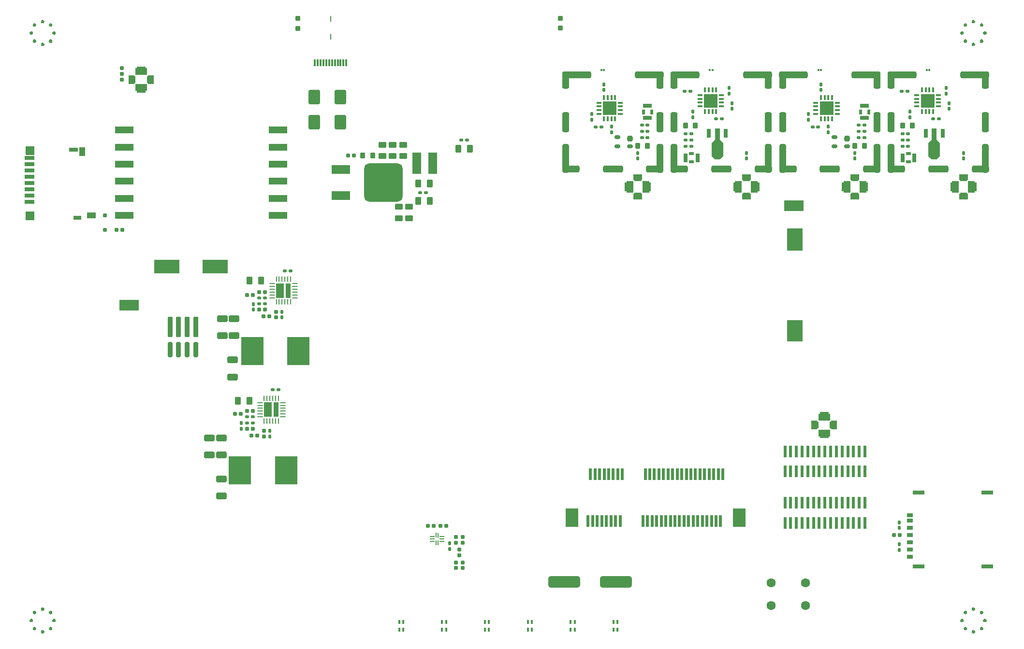
<source format=gtp>
G04*
G04 #@! TF.GenerationSoftware,Altium Limited,Altium Designer,19.1.6 (110)*
G04*
G04 Layer_Color=8421504*
%FSLAX44Y44*%
%MOMM*%
G71*
G01*
G75*
%ADD22R,2.8000X4.0000*%
%ADD23R,2.8000X3.8000*%
%ADD24R,1.5019X1.0013*%
%ADD25R,1.0000X1.5000*%
%ADD26R,1.4006X0.8004*%
%ADD27R,1.5011X0.8006*%
%ADD28R,1.5018X1.5018*%
%ADD29R,1.5009X1.5009*%
%ADD30R,1.7526X0.7011*%
%ADD31R,1.7518X0.7007*%
%ADD32R,1.7504X0.7002*%
%ADD33R,1.7525X0.7010*%
%ADD34R,1.7522X0.7009*%
%ADD35R,1.7516X0.7006*%
%ADD36R,1.7530X0.7012*%
%ADD37R,1.7504X0.7002*%
%ADD38R,0.6000X2.0000*%
%ADD39R,2.3000X3.2000*%
%ADD40R,2.1000X0.7000*%
%ADD41R,1.1400X0.8000*%
G04:AMPARAMS|DCode=42|XSize=0.7mm|YSize=0.4mm|CornerRadius=0.05mm|HoleSize=0mm|Usage=FLASHONLY|Rotation=90.000|XOffset=0mm|YOffset=0mm|HoleType=Round|Shape=RoundedRectangle|*
%AMROUNDEDRECTD42*
21,1,0.7000,0.3000,0,0,90.0*
21,1,0.6000,0.4000,0,0,90.0*
1,1,0.1000,0.1500,0.3000*
1,1,0.1000,0.1500,-0.3000*
1,1,0.1000,-0.1500,-0.3000*
1,1,0.1000,-0.1500,0.3000*
%
%ADD42ROUNDEDRECTD42*%
%ADD43C,1.6000*%
G04:AMPARAMS|DCode=44|XSize=0.85mm|YSize=3.55mm|CornerRadius=0.2125mm|HoleSize=0mm|Usage=FLASHONLY|Rotation=0.000|XOffset=0mm|YOffset=0mm|HoleType=Round|Shape=RoundedRectangle|*
%AMROUNDEDRECTD44*
21,1,0.8500,3.1250,0,0,0.0*
21,1,0.4250,3.5500,0,0,0.0*
1,1,0.4250,0.2125,-1.5625*
1,1,0.4250,-0.2125,-1.5625*
1,1,0.4250,-0.2125,1.5625*
1,1,0.4250,0.2125,1.5625*
%
%ADD44ROUNDEDRECTD44*%
G04:AMPARAMS|DCode=45|XSize=0.85mm|YSize=2.65mm|CornerRadius=0.2125mm|HoleSize=0mm|Usage=FLASHONLY|Rotation=0.000|XOffset=0mm|YOffset=0mm|HoleType=Round|Shape=RoundedRectangle|*
%AMROUNDEDRECTD45*
21,1,0.8500,2.2250,0,0,0.0*
21,1,0.4250,2.6500,0,0,0.0*
1,1,0.4250,0.2125,-1.1125*
1,1,0.4250,-0.2125,-1.1125*
1,1,0.4250,-0.2125,1.1125*
1,1,0.4250,0.2125,1.1125*
%
%ADD45ROUNDEDRECTD45*%
%ADD46R,1.6000X3.7000*%
%ADD47R,1.5000X0.7500*%
%ADD48R,0.6000X0.9000*%
%ADD49R,0.2200X0.9100*%
%ADD50R,0.2200X0.8100*%
%ADD51R,0.8100X0.2200*%
%ADD52R,0.2000X1.0000*%
%ADD53R,0.3000X1.2000*%
G04:AMPARAMS|DCode=54|XSize=1mm|YSize=0.9mm|CornerRadius=0.1125mm|HoleSize=0mm|Usage=FLASHONLY|Rotation=270.000|XOffset=0mm|YOffset=0mm|HoleType=Round|Shape=RoundedRectangle|*
%AMROUNDEDRECTD54*
21,1,1.0000,0.6750,0,0,270.0*
21,1,0.7750,0.9000,0,0,270.0*
1,1,0.2250,-0.3375,-0.3875*
1,1,0.2250,-0.3375,0.3875*
1,1,0.2250,0.3375,0.3875*
1,1,0.2250,0.3375,-0.3875*
%
%ADD54ROUNDEDRECTD54*%
G04:AMPARAMS|DCode=55|XSize=5.6mm|YSize=2.1mm|CornerRadius=0.525mm|HoleSize=0mm|Usage=FLASHONLY|Rotation=0.000|XOffset=0mm|YOffset=0mm|HoleType=Round|Shape=RoundedRectangle|*
%AMROUNDEDRECTD55*
21,1,5.6000,1.0500,0,0,0.0*
21,1,4.5500,2.1000,0,0,0.0*
1,1,1.0500,2.2750,-0.5250*
1,1,1.0500,-2.2750,-0.5250*
1,1,1.0500,-2.2750,0.5250*
1,1,1.0500,2.2750,0.5250*
%
%ADD55ROUNDEDRECTD55*%
G04:AMPARAMS|DCode=56|XSize=1.8mm|YSize=1.15mm|CornerRadius=0.1438mm|HoleSize=0mm|Usage=FLASHONLY|Rotation=180.000|XOffset=0mm|YOffset=0mm|HoleType=Round|Shape=RoundedRectangle|*
%AMROUNDEDRECTD56*
21,1,1.8000,0.8625,0,0,180.0*
21,1,1.5125,1.1500,0,0,180.0*
1,1,0.2875,-0.7563,0.4313*
1,1,0.2875,0.7563,0.4313*
1,1,0.2875,0.7563,-0.4313*
1,1,0.2875,-0.7563,-0.4313*
%
%ADD56ROUNDEDRECTD56*%
G04:AMPARAMS|DCode=57|XSize=3.3mm|YSize=1.6mm|CornerRadius=0.2mm|HoleSize=0mm|Usage=FLASHONLY|Rotation=180.000|XOffset=0mm|YOffset=0mm|HoleType=Round|Shape=RoundedRectangle|*
%AMROUNDEDRECTD57*
21,1,3.3000,1.2000,0,0,180.0*
21,1,2.9000,1.6000,0,0,180.0*
1,1,0.4000,-1.4500,0.6000*
1,1,0.4000,1.4500,0.6000*
1,1,0.4000,1.4500,-0.6000*
1,1,0.4000,-1.4500,-0.6000*
%
%ADD57ROUNDEDRECTD57*%
G04:AMPARAMS|DCode=58|XSize=6.7mm|YSize=6.7mm|CornerRadius=0.8375mm|HoleSize=0mm|Usage=FLASHONLY|Rotation=180.000|XOffset=0mm|YOffset=0mm|HoleType=Round|Shape=RoundedRectangle|*
%AMROUNDEDRECTD58*
21,1,6.7000,5.0250,0,0,180.0*
21,1,5.0250,6.7000,0,0,180.0*
1,1,1.6750,-2.5125,2.5125*
1,1,1.6750,2.5125,2.5125*
1,1,1.6750,2.5125,-2.5125*
1,1,1.6750,-2.5125,-2.5125*
%
%ADD58ROUNDEDRECTD58*%
%ADD59R,0.3100X0.3000*%
%ADD60R,0.9000X2.5500*%
%ADD61R,1.4000X2.5500*%
G04:AMPARAMS|DCode=62|XSize=0.25mm|YSize=1mm|CornerRadius=0.0625mm|HoleSize=0mm|Usage=FLASHONLY|Rotation=90.000|XOffset=0mm|YOffset=0mm|HoleType=Round|Shape=RoundedRectangle|*
%AMROUNDEDRECTD62*
21,1,0.2500,0.8750,0,0,90.0*
21,1,0.1250,1.0000,0,0,90.0*
1,1,0.1250,0.4375,0.0625*
1,1,0.1250,0.4375,-0.0625*
1,1,0.1250,-0.4375,-0.0625*
1,1,0.1250,-0.4375,0.0625*
%
%ADD62ROUNDEDRECTD62*%
G04:AMPARAMS|DCode=63|XSize=0.25mm|YSize=1mm|CornerRadius=0.0625mm|HoleSize=0mm|Usage=FLASHONLY|Rotation=180.000|XOffset=0mm|YOffset=0mm|HoleType=Round|Shape=RoundedRectangle|*
%AMROUNDEDRECTD63*
21,1,0.2500,0.8750,0,0,180.0*
21,1,0.1250,1.0000,0,0,180.0*
1,1,0.1250,-0.0625,0.4375*
1,1,0.1250,0.0625,0.4375*
1,1,0.1250,0.0625,-0.4375*
1,1,0.1250,-0.0625,-0.4375*
%
%ADD63ROUNDEDRECTD63*%
%ADD64R,0.3300X0.8500*%
%ADD65R,0.8500X0.3300*%
%ADD66R,2.4000X2.4000*%
G04:AMPARAMS|DCode=67|XSize=2mm|YSize=3.4mm|CornerRadius=0mm|HoleSize=0mm|Usage=FLASHONLY|Rotation=0.000|XOffset=0mm|YOffset=0mm|HoleType=Round|Shape=Octagon|*
%AMOCTAGOND67*
4,1,8,-0.5000,1.7000,0.5000,1.7000,1.0000,1.2000,1.0000,-1.2000,0.5000,-1.7000,-0.5000,-1.7000,-1.0000,-1.2000,-1.0000,1.2000,-0.5000,1.7000,0.0*
%
%ADD67OCTAGOND67*%

%ADD68R,0.7112X1.6000*%
%ADD69R,0.9144X2.0000*%
G04:AMPARAMS|DCode=70|XSize=0.95mm|YSize=0.65mm|CornerRadius=0.1625mm|HoleSize=0mm|Usage=FLASHONLY|Rotation=180.000|XOffset=0mm|YOffset=0mm|HoleType=Round|Shape=RoundedRectangle|*
%AMROUNDEDRECTD70*
21,1,0.9500,0.3250,0,0,180.0*
21,1,0.6250,0.6500,0,0,180.0*
1,1,0.3250,-0.3125,0.1625*
1,1,0.3250,0.3125,0.1625*
1,1,0.3250,0.3125,-0.1625*
1,1,0.3250,-0.3125,-0.1625*
%
%ADD70ROUNDEDRECTD70*%
G04:AMPARAMS|DCode=71|XSize=0.95mm|YSize=1mm|CornerRadius=0.2375mm|HoleSize=0mm|Usage=FLASHONLY|Rotation=180.000|XOffset=0mm|YOffset=0mm|HoleType=Round|Shape=RoundedRectangle|*
%AMROUNDEDRECTD71*
21,1,0.9500,0.5250,0,0,180.0*
21,1,0.4750,1.0000,0,0,180.0*
1,1,0.4750,-0.2375,0.2625*
1,1,0.4750,0.2375,0.2625*
1,1,0.4750,0.2375,-0.2625*
1,1,0.4750,-0.2375,-0.2625*
%
%ADD71ROUNDEDRECTD71*%
%ADD72R,1.0000X1.5500*%
%ADD73R,1.6000X1.2000*%
%ADD74R,1.2000X1.2000*%
%ADD75R,2.1500X1.2000*%
%ADD76R,4.0000X5.0000*%
G04:AMPARAMS|DCode=77|XSize=0.8mm|YSize=0.8mm|CornerRadius=0.1mm|HoleSize=0mm|Usage=FLASHONLY|Rotation=90.000|XOffset=0mm|YOffset=0mm|HoleType=Round|Shape=RoundedRectangle|*
%AMROUNDEDRECTD77*
21,1,0.8000,0.6000,0,0,90.0*
21,1,0.6000,0.8000,0,0,90.0*
1,1,0.2000,0.3000,0.3000*
1,1,0.2000,0.3000,-0.3000*
1,1,0.2000,-0.3000,-0.3000*
1,1,0.2000,-0.3000,0.3000*
%
%ADD77ROUNDEDRECTD77*%
%ADD78R,3.3000X1.2700*%
%ADD79R,4.5000X2.3500*%
G04:AMPARAMS|DCode=80|XSize=3mm|YSize=1.2mm|CornerRadius=0.3mm|HoleSize=0mm|Usage=FLASHONLY|Rotation=90.000|XOffset=0mm|YOffset=0mm|HoleType=Round|Shape=RoundedRectangle|*
%AMROUNDEDRECTD80*
21,1,3.0000,0.6000,0,0,90.0*
21,1,2.4000,1.2000,0,0,90.0*
1,1,0.6000,0.3000,1.2000*
1,1,0.6000,0.3000,-1.2000*
1,1,0.6000,-0.3000,-1.2000*
1,1,0.6000,-0.3000,1.2000*
%
%ADD80ROUNDEDRECTD80*%
G04:AMPARAMS|DCode=81|XSize=3.5mm|YSize=1.2mm|CornerRadius=0.3mm|HoleSize=0mm|Usage=FLASHONLY|Rotation=90.000|XOffset=0mm|YOffset=0mm|HoleType=Round|Shape=RoundedRectangle|*
%AMROUNDEDRECTD81*
21,1,3.5000,0.6000,0,0,90.0*
21,1,2.9000,1.2000,0,0,90.0*
1,1,0.6000,0.3000,1.4500*
1,1,0.6000,0.3000,-1.4500*
1,1,0.6000,-0.3000,-1.4500*
1,1,0.6000,-0.3000,1.4500*
%
%ADD81ROUNDEDRECTD81*%
G04:AMPARAMS|DCode=82|XSize=3.5mm|YSize=1.2mm|CornerRadius=0.3mm|HoleSize=0mm|Usage=FLASHONLY|Rotation=0.000|XOffset=0mm|YOffset=0mm|HoleType=Round|Shape=RoundedRectangle|*
%AMROUNDEDRECTD82*
21,1,3.5000,0.6000,0,0,0.0*
21,1,2.9000,1.2000,0,0,0.0*
1,1,0.6000,1.4500,-0.3000*
1,1,0.6000,-1.4500,-0.3000*
1,1,0.6000,-1.4500,0.3000*
1,1,0.6000,1.4500,0.3000*
%
%ADD82ROUNDEDRECTD82*%
G04:AMPARAMS|DCode=83|XSize=3mm|YSize=1.2mm|CornerRadius=0.3mm|HoleSize=0mm|Usage=FLASHONLY|Rotation=0.000|XOffset=0mm|YOffset=0mm|HoleType=Round|Shape=RoundedRectangle|*
%AMROUNDEDRECTD83*
21,1,3.0000,0.6000,0,0,0.0*
21,1,2.4000,1.2000,0,0,0.0*
1,1,0.6000,1.2000,-0.3000*
1,1,0.6000,-1.2000,-0.3000*
1,1,0.6000,-1.2000,0.3000*
1,1,0.6000,1.2000,0.3000*
%
%ADD83ROUNDEDRECTD83*%
G04:AMPARAMS|DCode=84|XSize=5mm|YSize=1.2mm|CornerRadius=0.3mm|HoleSize=0mm|Usage=FLASHONLY|Rotation=270.000|XOffset=0mm|YOffset=0mm|HoleType=Round|Shape=RoundedRectangle|*
%AMROUNDEDRECTD84*
21,1,5.0000,0.6000,0,0,270.0*
21,1,4.4000,1.2000,0,0,270.0*
1,1,0.6000,-0.3000,-2.2000*
1,1,0.6000,-0.3000,2.2000*
1,1,0.6000,0.3000,2.2000*
1,1,0.6000,0.3000,-2.2000*
%
%ADD84ROUNDEDRECTD84*%
G04:AMPARAMS|DCode=85|XSize=5mm|YSize=1.2mm|CornerRadius=0.3mm|HoleSize=0mm|Usage=FLASHONLY|Rotation=0.000|XOffset=0mm|YOffset=0mm|HoleType=Round|Shape=RoundedRectangle|*
%AMROUNDEDRECTD85*
21,1,5.0000,0.6000,0,0,0.0*
21,1,4.4000,1.2000,0,0,0.0*
1,1,0.6000,2.2000,-0.3000*
1,1,0.6000,-2.2000,-0.3000*
1,1,0.6000,-2.2000,0.3000*
1,1,0.6000,2.2000,0.3000*
%
%ADD85ROUNDEDRECTD85*%
G04:AMPARAMS|DCode=86|XSize=1.4mm|YSize=1mm|CornerRadius=0.125mm|HoleSize=0mm|Usage=FLASHONLY|Rotation=0.000|XOffset=0mm|YOffset=0mm|HoleType=Round|Shape=RoundedRectangle|*
%AMROUNDEDRECTD86*
21,1,1.4000,0.7500,0,0,0.0*
21,1,1.1500,1.0000,0,0,0.0*
1,1,0.2500,0.5750,-0.3750*
1,1,0.2500,-0.5750,-0.3750*
1,1,0.2500,-0.5750,0.3750*
1,1,0.2500,0.5750,0.3750*
%
%ADD86ROUNDEDRECTD86*%
G04:AMPARAMS|DCode=87|XSize=0.6mm|YSize=0.6mm|CornerRadius=0.06mm|HoleSize=0mm|Usage=FLASHONLY|Rotation=180.000|XOffset=0mm|YOffset=0mm|HoleType=Round|Shape=RoundedRectangle|*
%AMROUNDEDRECTD87*
21,1,0.6000,0.4800,0,0,180.0*
21,1,0.4800,0.6000,0,0,180.0*
1,1,0.1200,-0.2400,0.2400*
1,1,0.1200,0.2400,0.2400*
1,1,0.1200,0.2400,-0.2400*
1,1,0.1200,-0.2400,-0.2400*
%
%ADD87ROUNDEDRECTD87*%
G04:AMPARAMS|DCode=88|XSize=2.5mm|YSize=2mm|CornerRadius=0.25mm|HoleSize=0mm|Usage=FLASHONLY|Rotation=90.000|XOffset=0mm|YOffset=0mm|HoleType=Round|Shape=RoundedRectangle|*
%AMROUNDEDRECTD88*
21,1,2.5000,1.5000,0,0,90.0*
21,1,2.0000,2.0000,0,0,90.0*
1,1,0.5000,0.7500,1.0000*
1,1,0.5000,0.7500,-1.0000*
1,1,0.5000,-0.7500,-1.0000*
1,1,0.5000,-0.7500,1.0000*
%
%ADD88ROUNDEDRECTD88*%
G04:AMPARAMS|DCode=89|XSize=0.5mm|YSize=0.6mm|CornerRadius=0.05mm|HoleSize=0mm|Usage=FLASHONLY|Rotation=90.000|XOffset=0mm|YOffset=0mm|HoleType=Round|Shape=RoundedRectangle|*
%AMROUNDEDRECTD89*
21,1,0.5000,0.5000,0,0,90.0*
21,1,0.4000,0.6000,0,0,90.0*
1,1,0.1000,0.2500,0.2000*
1,1,0.1000,0.2500,-0.2000*
1,1,0.1000,-0.2500,-0.2000*
1,1,0.1000,-0.2500,0.2000*
%
%ADD89ROUNDEDRECTD89*%
G04:AMPARAMS|DCode=90|XSize=0.5mm|YSize=0.6mm|CornerRadius=0.05mm|HoleSize=0mm|Usage=FLASHONLY|Rotation=0.000|XOffset=0mm|YOffset=0mm|HoleType=Round|Shape=RoundedRectangle|*
%AMROUNDEDRECTD90*
21,1,0.5000,0.5000,0,0,0.0*
21,1,0.4000,0.6000,0,0,0.0*
1,1,0.1000,0.2000,-0.2500*
1,1,0.1000,-0.2000,-0.2500*
1,1,0.1000,-0.2000,0.2500*
1,1,0.1000,0.2000,0.2500*
%
%ADD90ROUNDEDRECTD90*%
G04:AMPARAMS|DCode=91|XSize=1.4mm|YSize=1mm|CornerRadius=0.125mm|HoleSize=0mm|Usage=FLASHONLY|Rotation=90.000|XOffset=0mm|YOffset=0mm|HoleType=Round|Shape=RoundedRectangle|*
%AMROUNDEDRECTD91*
21,1,1.4000,0.7500,0,0,90.0*
21,1,1.1500,1.0000,0,0,90.0*
1,1,0.2500,0.3750,0.5750*
1,1,0.2500,0.3750,-0.5750*
1,1,0.2500,-0.3750,-0.5750*
1,1,0.2500,-0.3750,0.5750*
%
%ADD91ROUNDEDRECTD91*%
%ADD92R,3.5000X1.9000*%
G04:AMPARAMS|DCode=93|XSize=0.6mm|YSize=0.6mm|CornerRadius=0.06mm|HoleSize=0mm|Usage=FLASHONLY|Rotation=90.000|XOffset=0mm|YOffset=0mm|HoleType=Round|Shape=RoundedRectangle|*
%AMROUNDEDRECTD93*
21,1,0.6000,0.4800,0,0,90.0*
21,1,0.4800,0.6000,0,0,90.0*
1,1,0.1200,0.2400,0.2400*
1,1,0.1200,0.2400,-0.2400*
1,1,0.1200,-0.2400,-0.2400*
1,1,0.1200,-0.2400,0.2400*
%
%ADD93ROUNDEDRECTD93*%
G04:AMPARAMS|DCode=94|XSize=0.6mm|YSize=0.7mm|CornerRadius=0.075mm|HoleSize=0mm|Usage=FLASHONLY|Rotation=270.000|XOffset=0mm|YOffset=0mm|HoleType=Round|Shape=RoundedRectangle|*
%AMROUNDEDRECTD94*
21,1,0.6000,0.5500,0,0,270.0*
21,1,0.4500,0.7000,0,0,270.0*
1,1,0.1500,-0.2750,-0.2250*
1,1,0.1500,-0.2750,0.2250*
1,1,0.1500,0.2750,0.2250*
1,1,0.1500,0.2750,-0.2250*
%
%ADD94ROUNDEDRECTD94*%
%ADD95R,1.5500X1.0000*%
%ADD96R,1.2000X1.6000*%
%ADD97R,1.2000X1.2000*%
%ADD98R,1.2000X2.1500*%
%ADD99R,0.9000X0.6000*%
%ADD100R,0.7500X1.5000*%
%ADD101R,2.4000X2.4000*%
G36*
X36699Y57543D02*
X37543Y56699D01*
X38000Y55597D01*
Y55000D01*
Y54403D01*
X37543Y53301D01*
X36699Y52457D01*
X35597Y52000D01*
X34403D01*
X33301Y52457D01*
X32457Y53301D01*
X32000Y54403D01*
Y55000D01*
Y55597D01*
X32457Y56699D01*
X33301Y57543D01*
X34403Y58000D01*
X35597D01*
X36699Y57543D01*
D02*
G37*
G36*
X50841Y51685D02*
X51263Y51263D01*
X51685Y50841D01*
X52142Y49739D01*
Y48545D01*
X51685Y47443D01*
X51263Y47021D01*
X50841Y46599D01*
X49739Y46142D01*
X48545D01*
X47443Y46599D01*
X47021Y47021D01*
X46599Y47443D01*
X46142Y48545D01*
Y49739D01*
X46599Y50841D01*
X47021Y51263D01*
X47443Y51685D01*
X48545Y52142D01*
X49739D01*
X50841Y51685D01*
D02*
G37*
G36*
X22557D02*
X22979Y51263D01*
X23401Y50841D01*
X23858Y49739D01*
Y48545D01*
X23401Y47443D01*
X22979Y47021D01*
X22557Y46599D01*
X21455Y46142D01*
X20261D01*
X19159Y46599D01*
X18736Y47021D01*
X18315Y47443D01*
X17858Y48545D01*
Y49739D01*
X18315Y50841D01*
X18736Y51263D01*
X19159Y51685D01*
X20261Y52142D01*
X21455D01*
X22557Y51685D01*
D02*
G37*
G36*
X56699Y37543D02*
X57543Y36699D01*
X58000Y35597D01*
Y35000D01*
Y34403D01*
X57543Y33301D01*
X56699Y32457D01*
X55597Y32000D01*
X54403D01*
X53301Y32457D01*
X52457Y33301D01*
X52000Y34403D01*
Y35000D01*
Y35597D01*
X52457Y36699D01*
X53301Y37543D01*
X54403Y38000D01*
X55597D01*
X56699Y37543D01*
D02*
G37*
G36*
X16699D02*
X17543Y36699D01*
X18000Y35597D01*
Y35000D01*
Y34403D01*
X17543Y33301D01*
X16699Y32457D01*
X15597Y32000D01*
X14403D01*
X13301Y32457D01*
X12457Y33301D01*
X12000Y34403D01*
Y35000D01*
Y35597D01*
X12457Y36699D01*
X13301Y37543D01*
X14403Y38000D01*
X15597D01*
X16699Y37543D01*
D02*
G37*
G36*
X50841Y23401D02*
X51263Y22979D01*
X51685Y22557D01*
X52142Y21455D01*
Y20261D01*
X51685Y19159D01*
X51263Y18736D01*
X50841Y18315D01*
X49739Y17858D01*
X48545D01*
X47443Y18315D01*
X47021Y18736D01*
X46599Y19159D01*
X46142Y20261D01*
Y21455D01*
X46599Y22557D01*
X47021Y22979D01*
X47443Y23401D01*
X48545Y23858D01*
X49739D01*
X50841Y23401D01*
D02*
G37*
G36*
X22557D02*
X22979Y22979D01*
X23401Y22557D01*
X23858Y21455D01*
Y20261D01*
X23401Y19159D01*
X22979Y18736D01*
X22557Y18315D01*
X21455Y17858D01*
X20261D01*
X19159Y18315D01*
X18736Y18736D01*
X18315Y19159D01*
X17858Y20261D01*
Y21455D01*
X18315Y22557D01*
X18736Y22979D01*
X19159Y23401D01*
X20261Y23858D01*
X21455D01*
X22557Y23401D01*
D02*
G37*
G36*
X36699Y17543D02*
X37543Y16699D01*
X38000Y15597D01*
Y15000D01*
Y14403D01*
X37543Y13301D01*
X36699Y12457D01*
X35597Y12000D01*
X34403D01*
X33301Y12457D01*
X32457Y13301D01*
X32000Y14403D01*
Y15000D01*
Y15597D01*
X32457Y16699D01*
X33301Y17543D01*
X34403Y18000D01*
X35597D01*
X36699Y17543D01*
D02*
G37*
G36*
Y1087543D02*
X37543Y1086699D01*
X38000Y1085597D01*
Y1085000D01*
Y1084403D01*
X37543Y1083301D01*
X36699Y1082457D01*
X35597Y1082000D01*
X34403D01*
X33301Y1082457D01*
X32457Y1083301D01*
X32000Y1084403D01*
Y1085000D01*
Y1085597D01*
X32457Y1086699D01*
X33301Y1087543D01*
X34403Y1088000D01*
X35597D01*
X36699Y1087543D01*
D02*
G37*
G36*
X50841Y1081685D02*
X51263Y1081264D01*
X51685Y1080842D01*
X52142Y1079739D01*
Y1078545D01*
X51685Y1077443D01*
X51263Y1077021D01*
X50841Y1076599D01*
X49739Y1076142D01*
X48545D01*
X47443Y1076599D01*
X47021Y1077021D01*
X46599Y1077443D01*
X46142Y1078545D01*
Y1079739D01*
X46599Y1080842D01*
X47021Y1081264D01*
X47443Y1081685D01*
X48545Y1082142D01*
X49739D01*
X50841Y1081685D01*
D02*
G37*
G36*
X22557D02*
X22979Y1081264D01*
X23401Y1080842D01*
X23858Y1079739D01*
Y1078545D01*
X23401Y1077443D01*
X22979Y1077021D01*
X22557Y1076599D01*
X21455Y1076142D01*
X20261D01*
X19159Y1076599D01*
X18736Y1077021D01*
X18315Y1077443D01*
X17858Y1078545D01*
Y1079739D01*
X18315Y1080842D01*
X18736Y1081264D01*
X19159Y1081685D01*
X20261Y1082142D01*
X21455D01*
X22557Y1081685D01*
D02*
G37*
G36*
X56699Y1067543D02*
X57543Y1066699D01*
X58000Y1065597D01*
Y1065000D01*
Y1064403D01*
X57543Y1063301D01*
X56699Y1062457D01*
X55597Y1062000D01*
X54403D01*
X53301Y1062457D01*
X52457Y1063301D01*
X52000Y1064403D01*
Y1065000D01*
Y1065597D01*
X52457Y1066699D01*
X53301Y1067543D01*
X54403Y1068000D01*
X55597D01*
X56699Y1067543D01*
D02*
G37*
G36*
X16699D02*
X17543Y1066699D01*
X18000Y1065597D01*
Y1065000D01*
Y1064403D01*
X17543Y1063301D01*
X16699Y1062457D01*
X15597Y1062000D01*
X14403D01*
X13301Y1062457D01*
X12457Y1063301D01*
X12000Y1064403D01*
Y1065000D01*
Y1065597D01*
X12457Y1066699D01*
X13301Y1067543D01*
X14403Y1068000D01*
X15597D01*
X16699Y1067543D01*
D02*
G37*
G36*
X50841Y1053401D02*
X51263Y1052979D01*
X51685Y1052557D01*
X52142Y1051455D01*
Y1050261D01*
X51685Y1049158D01*
X51263Y1048736D01*
X50841Y1048315D01*
X49739Y1047858D01*
X48545D01*
X47443Y1048315D01*
X47021Y1048736D01*
X46599Y1049158D01*
X46142Y1050261D01*
Y1051455D01*
X46599Y1052557D01*
X47021Y1052979D01*
X47443Y1053401D01*
X48545Y1053858D01*
X49739D01*
X50841Y1053401D01*
D02*
G37*
G36*
X22557D02*
X22979Y1052979D01*
X23401Y1052557D01*
X23858Y1051455D01*
Y1050261D01*
X23401Y1049158D01*
X22979Y1048736D01*
X22557Y1048315D01*
X21455Y1047858D01*
X20261D01*
X19159Y1048315D01*
X18736Y1048736D01*
X18315Y1049158D01*
X17858Y1050261D01*
Y1051455D01*
X18315Y1052557D01*
X18736Y1052979D01*
X19159Y1053401D01*
X20261Y1053858D01*
X21455D01*
X22557Y1053401D01*
D02*
G37*
G36*
X36699Y1047543D02*
X37543Y1046699D01*
X38000Y1045597D01*
Y1045000D01*
Y1044403D01*
X37543Y1043301D01*
X36699Y1042457D01*
X35597Y1042000D01*
X34403D01*
X33301Y1042457D01*
X32457Y1043301D01*
X32000Y1044403D01*
Y1045000D01*
Y1045597D01*
X32457Y1046699D01*
X33301Y1047543D01*
X34403Y1048000D01*
X35597D01*
X36699Y1047543D01*
D02*
G37*
G36*
X1666699Y57543D02*
X1667543Y56699D01*
X1668000Y55597D01*
Y55000D01*
Y54403D01*
X1667543Y53301D01*
X1666699Y52457D01*
X1665597Y52000D01*
X1664403D01*
X1663301Y52457D01*
X1662457Y53301D01*
X1662000Y54403D01*
Y55000D01*
Y55597D01*
X1662457Y56699D01*
X1663301Y57543D01*
X1664403Y58000D01*
X1665597D01*
X1666699Y57543D01*
D02*
G37*
G36*
X1680842Y51685D02*
X1681263Y51263D01*
X1681685Y50841D01*
X1682142Y49739D01*
Y48545D01*
X1681685Y47443D01*
X1681263Y47021D01*
X1680842Y46599D01*
X1679739Y46142D01*
X1678545D01*
X1677443Y46599D01*
X1677021Y47021D01*
X1676599Y47443D01*
X1676142Y48545D01*
Y49739D01*
X1676599Y50841D01*
X1677021Y51263D01*
X1677443Y51685D01*
X1678545Y52142D01*
X1679739D01*
X1680842Y51685D01*
D02*
G37*
G36*
X1652557D02*
X1652979Y51263D01*
X1653401Y50841D01*
X1653858Y49739D01*
Y48545D01*
X1653401Y47443D01*
X1652979Y47021D01*
X1652557Y46599D01*
X1651455Y46142D01*
X1650261D01*
X1649158Y46599D01*
X1648737Y47021D01*
X1648315Y47443D01*
X1647858Y48545D01*
Y49739D01*
X1648315Y50841D01*
X1648737Y51263D01*
X1649158Y51685D01*
X1650261Y52142D01*
X1651455D01*
X1652557Y51685D01*
D02*
G37*
G36*
X1686699Y37543D02*
X1687543Y36699D01*
X1688000Y35597D01*
Y35000D01*
Y34403D01*
X1687543Y33301D01*
X1686699Y32457D01*
X1685597Y32000D01*
X1684403D01*
X1683301Y32457D01*
X1682457Y33301D01*
X1682000Y34403D01*
Y35000D01*
Y35597D01*
X1682457Y36699D01*
X1683301Y37543D01*
X1684403Y38000D01*
X1685597D01*
X1686699Y37543D01*
D02*
G37*
G36*
X1646699D02*
X1647543Y36699D01*
X1648000Y35597D01*
Y35000D01*
Y34403D01*
X1647543Y33301D01*
X1646699Y32457D01*
X1645597Y32000D01*
X1644403D01*
X1643301Y32457D01*
X1642457Y33301D01*
X1642000Y34403D01*
Y35000D01*
Y35597D01*
X1642457Y36699D01*
X1643301Y37543D01*
X1644403Y38000D01*
X1645597D01*
X1646699Y37543D01*
D02*
G37*
G36*
X1680842Y23401D02*
X1681263Y22979D01*
X1681685Y22557D01*
X1682142Y21455D01*
Y20261D01*
X1681685Y19159D01*
X1681263Y18736D01*
X1680842Y18315D01*
X1679739Y17858D01*
X1678545D01*
X1677443Y18315D01*
X1677021Y18736D01*
X1676599Y19159D01*
X1676142Y20261D01*
Y21455D01*
X1676599Y22557D01*
X1677021Y22979D01*
X1677443Y23401D01*
X1678545Y23858D01*
X1679739D01*
X1680842Y23401D01*
D02*
G37*
G36*
X1652557D02*
X1652979Y22979D01*
X1653401Y22557D01*
X1653858Y21455D01*
Y20261D01*
X1653401Y19159D01*
X1652979Y18736D01*
X1652557Y18315D01*
X1651455Y17858D01*
X1650261D01*
X1649158Y18315D01*
X1648737Y18736D01*
X1648315Y19159D01*
X1647858Y20261D01*
Y21455D01*
X1648315Y22557D01*
X1648737Y22979D01*
X1649158Y23401D01*
X1650261Y23858D01*
X1651455D01*
X1652557Y23401D01*
D02*
G37*
G36*
X1666699Y17543D02*
X1667543Y16699D01*
X1668000Y15597D01*
Y15000D01*
Y14403D01*
X1667543Y13301D01*
X1666699Y12457D01*
X1665597Y12000D01*
X1664403D01*
X1663301Y12457D01*
X1662457Y13301D01*
X1662000Y14403D01*
Y15000D01*
Y15597D01*
X1662457Y16699D01*
X1663301Y17543D01*
X1664403Y18000D01*
X1665597D01*
X1666699Y17543D01*
D02*
G37*
G36*
Y1087543D02*
X1667543Y1086699D01*
X1668000Y1085597D01*
Y1085000D01*
Y1084403D01*
X1667543Y1083301D01*
X1666699Y1082457D01*
X1665597Y1082000D01*
X1664403D01*
X1663301Y1082457D01*
X1662457Y1083301D01*
X1662000Y1084403D01*
Y1085000D01*
Y1085597D01*
X1662457Y1086699D01*
X1663301Y1087543D01*
X1664403Y1088000D01*
X1665597D01*
X1666699Y1087543D01*
D02*
G37*
G36*
X1680842Y1081685D02*
X1681263Y1081264D01*
X1681685Y1080842D01*
X1682142Y1079739D01*
Y1078545D01*
X1681685Y1077443D01*
X1681263Y1077021D01*
X1680842Y1076599D01*
X1679739Y1076142D01*
X1678545D01*
X1677443Y1076599D01*
X1677021Y1077021D01*
X1676599Y1077443D01*
X1676142Y1078545D01*
Y1079739D01*
X1676599Y1080842D01*
X1677021Y1081264D01*
X1677443Y1081685D01*
X1678545Y1082142D01*
X1679739D01*
X1680842Y1081685D01*
D02*
G37*
G36*
X1652557D02*
X1652979Y1081264D01*
X1653401Y1080842D01*
X1653858Y1079739D01*
Y1078545D01*
X1653401Y1077443D01*
X1652979Y1077021D01*
X1652557Y1076599D01*
X1651455Y1076142D01*
X1650261D01*
X1649158Y1076599D01*
X1648737Y1077021D01*
X1648315Y1077443D01*
X1647858Y1078545D01*
Y1079739D01*
X1648315Y1080842D01*
X1648737Y1081264D01*
X1649158Y1081685D01*
X1650261Y1082142D01*
X1651455D01*
X1652557Y1081685D01*
D02*
G37*
G36*
X1686699Y1067543D02*
X1687543Y1066699D01*
X1688000Y1065597D01*
Y1065000D01*
Y1064403D01*
X1687543Y1063301D01*
X1686699Y1062457D01*
X1685597Y1062000D01*
X1684403D01*
X1683301Y1062457D01*
X1682457Y1063301D01*
X1682000Y1064403D01*
Y1065000D01*
Y1065597D01*
X1682457Y1066699D01*
X1683301Y1067543D01*
X1684403Y1068000D01*
X1685597D01*
X1686699Y1067543D01*
D02*
G37*
G36*
X1646699D02*
X1647543Y1066699D01*
X1648000Y1065597D01*
Y1065000D01*
Y1064403D01*
X1647543Y1063301D01*
X1646699Y1062457D01*
X1645597Y1062000D01*
X1644403D01*
X1643301Y1062457D01*
X1642457Y1063301D01*
X1642000Y1064403D01*
Y1065000D01*
Y1065597D01*
X1642457Y1066699D01*
X1643301Y1067543D01*
X1644403Y1068000D01*
X1645597D01*
X1646699Y1067543D01*
D02*
G37*
G36*
X1680842Y1053401D02*
X1681263Y1052979D01*
X1681685Y1052557D01*
X1682142Y1051455D01*
Y1050261D01*
X1681685Y1049158D01*
X1681263Y1048736D01*
X1680842Y1048315D01*
X1679739Y1047858D01*
X1678545D01*
X1677443Y1048315D01*
X1677021Y1048736D01*
X1676599Y1049158D01*
X1676142Y1050261D01*
Y1051455D01*
X1676599Y1052557D01*
X1677021Y1052979D01*
X1677443Y1053401D01*
X1678545Y1053858D01*
X1679739D01*
X1680842Y1053401D01*
D02*
G37*
G36*
X1652557D02*
X1652979Y1052979D01*
X1653401Y1052557D01*
X1653858Y1051455D01*
Y1050261D01*
X1653401Y1049158D01*
X1652979Y1048736D01*
X1652557Y1048315D01*
X1651455Y1047858D01*
X1650261D01*
X1649158Y1048315D01*
X1648737Y1048736D01*
X1648315Y1049158D01*
X1647858Y1050261D01*
Y1051455D01*
X1648315Y1052557D01*
X1648737Y1052979D01*
X1649158Y1053401D01*
X1650261Y1053858D01*
X1651455D01*
X1652557Y1053401D01*
D02*
G37*
G36*
X1666699Y1047543D02*
X1667543Y1046699D01*
X1668000Y1045597D01*
Y1045000D01*
Y1044403D01*
X1667543Y1043301D01*
X1666699Y1042457D01*
X1665597Y1042000D01*
X1664403D01*
X1663301Y1042457D01*
X1662457Y1043301D01*
X1662000Y1044403D01*
Y1045000D01*
Y1045597D01*
X1662457Y1046699D01*
X1663301Y1047543D01*
X1664403Y1048000D01*
X1665597D01*
X1666699Y1047543D01*
D02*
G37*
D22*
X1352250Y702500D02*
D03*
D23*
X1352500Y542750D02*
D03*
D24*
X120055Y745250D02*
D03*
D25*
X104055Y857200D02*
D03*
D26*
X95555Y741250D02*
D03*
D27*
X89055Y860750D02*
D03*
D28*
X13055Y744500D02*
D03*
D29*
Y859000D02*
D03*
D30*
X11805Y846000D02*
D03*
D31*
Y835000D02*
D03*
D32*
Y824000D02*
D03*
D33*
Y813000D02*
D03*
D34*
Y802000D02*
D03*
D35*
Y791000D02*
D03*
D36*
X11805Y780000D02*
D03*
D37*
X11805Y769000D02*
D03*
D38*
X1226250Y291000D02*
D03*
X1218250D02*
D03*
X1210250D02*
D03*
X1202250D02*
D03*
X1194250D02*
D03*
X1186250D02*
D03*
X1178250D02*
D03*
X1170250D02*
D03*
X1162250D02*
D03*
X1154250D02*
D03*
X1146250D02*
D03*
X1138250D02*
D03*
X1130250D02*
D03*
X1122250D02*
D03*
X1114250D02*
D03*
X1106250D02*
D03*
X1098250D02*
D03*
X1090250D02*
D03*
X1222250Y209000D02*
D03*
X1214250D02*
D03*
X1206250D02*
D03*
X1198250D02*
D03*
X1190250D02*
D03*
X1182250D02*
D03*
X1174250D02*
D03*
X1166250D02*
D03*
X1158250D02*
D03*
X1150250D02*
D03*
X1142250D02*
D03*
X1134250D02*
D03*
X1126250D02*
D03*
X1118250D02*
D03*
X1110250D02*
D03*
X1102250D02*
D03*
X1094250D02*
D03*
X1086250D02*
D03*
X1050250Y291000D02*
D03*
X1042250D02*
D03*
X1034250D02*
D03*
X1026250D02*
D03*
X1018250D02*
D03*
X1010250D02*
D03*
X1002250D02*
D03*
X994250D02*
D03*
X1046250Y209000D02*
D03*
X1038250D02*
D03*
X1030250D02*
D03*
X1022250D02*
D03*
X1014250D02*
D03*
X1006250D02*
D03*
X998250D02*
D03*
X990250D02*
D03*
X1475000Y331250D02*
D03*
X1465000D02*
D03*
X1455000Y331250D02*
D03*
X1445000D02*
D03*
X1435000D02*
D03*
X1425000D02*
D03*
X1415000D02*
D03*
X1405000D02*
D03*
X1395000D02*
D03*
X1385000D02*
D03*
X1375000D02*
D03*
X1365000Y331250D02*
D03*
X1355000D02*
D03*
X1345000Y331250D02*
D03*
X1335000Y331250D02*
D03*
Y296250D02*
D03*
X1345000D02*
D03*
X1355000D02*
D03*
X1365000D02*
D03*
X1375000D02*
D03*
X1385000D02*
D03*
X1395000Y296250D02*
D03*
X1405000Y296250D02*
D03*
X1415000D02*
D03*
X1425000D02*
D03*
X1435000Y296250D02*
D03*
X1445000Y296250D02*
D03*
X1455000D02*
D03*
X1465000D02*
D03*
X1475000D02*
D03*
Y206250D02*
D03*
X1465000D02*
D03*
X1455000Y206250D02*
D03*
X1445000D02*
D03*
X1435000D02*
D03*
X1425000D02*
D03*
X1415000D02*
D03*
X1405000D02*
D03*
X1395000D02*
D03*
X1385000D02*
D03*
X1375000D02*
D03*
X1365000Y206250D02*
D03*
X1355000D02*
D03*
X1345000Y206250D02*
D03*
X1335000Y206250D02*
D03*
Y241250D02*
D03*
X1345000Y241250D02*
D03*
X1355000Y241250D02*
D03*
X1365000D02*
D03*
X1375000D02*
D03*
X1385000Y241250D02*
D03*
X1395000D02*
D03*
X1405000Y241250D02*
D03*
X1415000D02*
D03*
X1425000D02*
D03*
X1435000Y241250D02*
D03*
X1445000D02*
D03*
X1455000Y241250D02*
D03*
X1465000D02*
D03*
X1475000D02*
D03*
D39*
X1254750Y215000D02*
D03*
X961750D02*
D03*
D40*
X1688850Y259500D02*
D03*
Y129500D02*
D03*
X1568850Y259500D02*
D03*
Y129500D02*
D03*
D41*
X1554050Y219200D02*
D03*
Y209700D02*
D03*
X1554050Y197000D02*
D03*
X1554050Y184300D02*
D03*
Y171600D02*
D03*
Y158900D02*
D03*
Y146200D02*
D03*
D42*
X666601Y18525D02*
D03*
Y32525D02*
D03*
X659601Y32525D02*
D03*
Y18525D02*
D03*
X884601D02*
D03*
Y32525D02*
D03*
X891601Y32525D02*
D03*
Y18525D02*
D03*
X809601Y18525D02*
D03*
Y32525D02*
D03*
X816601Y32525D02*
D03*
Y18525D02*
D03*
X734601Y18525D02*
D03*
Y32525D02*
D03*
X741601Y32525D02*
D03*
Y18525D02*
D03*
X1034601Y18500D02*
D03*
Y32500D02*
D03*
X1041601Y32500D02*
D03*
Y18500D02*
D03*
X959601Y18500D02*
D03*
Y32500D02*
D03*
X966601Y32500D02*
D03*
Y18500D02*
D03*
D43*
X1310750Y100750D02*
D03*
X1370750D02*
D03*
Y60750D02*
D03*
X1310750D02*
D03*
D44*
X303000Y549250D02*
D03*
X288000D02*
D03*
X273000D02*
D03*
X258000Y549250D02*
D03*
D45*
X303000Y510250D02*
D03*
X288000D02*
D03*
X273000D02*
D03*
X258000Y510250D02*
D03*
D46*
X690000Y837000D02*
D03*
X718000D02*
D03*
D47*
X1094400Y937125D02*
D03*
Y916125D02*
D03*
X1474400D02*
D03*
Y937125D02*
D03*
D48*
X1087400Y926625D02*
D03*
X1101400D02*
D03*
X1481400D02*
D03*
X1467400D02*
D03*
D49*
X727750Y184000D02*
D03*
D50*
X723750Y184500D02*
D03*
Y171500D02*
D03*
X727750Y171500D02*
D03*
D51*
X717250Y182000D02*
D03*
X717250Y178000D02*
D03*
X717250Y174000D02*
D03*
X734250D02*
D03*
X734250Y178000D02*
D03*
X734250Y182000D02*
D03*
D52*
X539250Y1058750D02*
D03*
Y1089750D02*
D03*
D53*
X566750Y1012950D02*
D03*
X561750D02*
D03*
X556750D02*
D03*
X551750D02*
D03*
X546750D02*
D03*
X541750D02*
D03*
X536750D02*
D03*
X531750D02*
D03*
X526750D02*
D03*
X521750D02*
D03*
X516750D02*
D03*
X511750D02*
D03*
D54*
X1077400Y867500D02*
D03*
X1094400Y867500D02*
D03*
X595750Y850250D02*
D03*
X612750D02*
D03*
X1540750Y902500D02*
D03*
X1557750D02*
D03*
X1474400Y867500D02*
D03*
X1457400D02*
D03*
X1160750Y902500D02*
D03*
X1177750D02*
D03*
D55*
X1038750Y102250D02*
D03*
X948750D02*
D03*
D56*
X368000Y491750D02*
D03*
Y461750D02*
D03*
X349750Y564000D02*
D03*
X349750Y534000D02*
D03*
X370500Y564000D02*
D03*
Y534000D02*
D03*
X348500Y253000D02*
D03*
X348500Y283000D02*
D03*
X327313Y355188D02*
D03*
Y325187D02*
D03*
X348500Y355250D02*
D03*
Y325250D02*
D03*
D57*
X557492Y825750D02*
D03*
Y779750D02*
D03*
D58*
X632007Y802750D02*
D03*
D59*
X1588000Y999750D02*
D03*
X1583500D02*
D03*
X1393500D02*
D03*
X1398000D02*
D03*
X1013500D02*
D03*
X1018000D02*
D03*
X1203500Y999750D02*
D03*
X1208000Y999750D02*
D03*
D60*
X465250Y613250D02*
D03*
X444000Y404500D02*
D03*
D61*
X450750Y613250D02*
D03*
X429500Y404500D02*
D03*
D62*
X436750Y600750D02*
D03*
Y605750D02*
D03*
Y610750D02*
D03*
Y615750D02*
D03*
Y620750D02*
D03*
Y625750D02*
D03*
X476750D02*
D03*
Y620750D02*
D03*
Y615750D02*
D03*
Y610750D02*
D03*
Y605750D02*
D03*
Y600750D02*
D03*
X415500Y392000D02*
D03*
Y397000D02*
D03*
Y402000D02*
D03*
Y407000D02*
D03*
Y412000D02*
D03*
Y417000D02*
D03*
X455500D02*
D03*
Y412000D02*
D03*
Y407000D02*
D03*
Y402000D02*
D03*
Y397000D02*
D03*
Y392000D02*
D03*
D63*
X444250Y633250D02*
D03*
X449250D02*
D03*
X454250D02*
D03*
X459250D02*
D03*
X464250D02*
D03*
X469250D02*
D03*
Y593250D02*
D03*
X464250D02*
D03*
X459250D02*
D03*
X454250D02*
D03*
X449250D02*
D03*
X444250D02*
D03*
X423000Y424500D02*
D03*
X428000D02*
D03*
X433000D02*
D03*
X438000D02*
D03*
X443000D02*
D03*
X448000D02*
D03*
Y384500D02*
D03*
X443000D02*
D03*
X438000D02*
D03*
X433000D02*
D03*
X428000D02*
D03*
X423000D02*
D03*
D64*
X1398000Y914150D02*
D03*
X1404500D02*
D03*
X1411000D02*
D03*
X1417500D02*
D03*
X1417500Y951650D02*
D03*
X1411000D02*
D03*
X1404500D02*
D03*
X1398000D02*
D03*
X1594500Y927500D02*
D03*
X1588000D02*
D03*
X1581500D02*
D03*
X1575000D02*
D03*
Y965000D02*
D03*
X1581500D02*
D03*
X1588000D02*
D03*
X1594500D02*
D03*
X1018000Y951650D02*
D03*
X1024500D02*
D03*
X1031000Y951650D02*
D03*
X1037500D02*
D03*
X1037501Y914150D02*
D03*
X1031000D02*
D03*
X1024500D02*
D03*
X1018000D02*
D03*
X1214500Y927500D02*
D03*
X1208000D02*
D03*
X1201500D02*
D03*
X1195000D02*
D03*
Y965000D02*
D03*
X1201500D02*
D03*
X1208000D02*
D03*
X1214500D02*
D03*
D65*
X1426500Y923150D02*
D03*
Y929650D02*
D03*
Y936150D02*
D03*
Y942650D02*
D03*
X1389000D02*
D03*
Y936150D02*
D03*
Y929650D02*
D03*
Y923150D02*
D03*
X1566000Y936500D02*
D03*
Y943000D02*
D03*
Y949500D02*
D03*
Y956000D02*
D03*
X1603500Y956000D02*
D03*
Y949500D02*
D03*
Y943000D02*
D03*
Y936500D02*
D03*
X1009000Y923150D02*
D03*
Y929650D02*
D03*
Y936150D02*
D03*
X1009000Y942650D02*
D03*
X1046500Y942650D02*
D03*
Y936150D02*
D03*
Y929650D02*
D03*
X1046500Y923150D02*
D03*
X1186000Y936500D02*
D03*
Y943000D02*
D03*
Y949500D02*
D03*
Y956000D02*
D03*
X1223500Y956000D02*
D03*
Y949500D02*
D03*
Y943000D02*
D03*
Y936500D02*
D03*
D66*
X1407750Y932900D02*
D03*
X1027750D02*
D03*
D67*
X1216500Y860500D02*
D03*
X1596500D02*
D03*
D68*
X1201500Y889500D02*
D03*
X1231500D02*
D03*
X1611500D02*
D03*
X1581500D02*
D03*
D69*
X1216500Y887500D02*
D03*
X1596500D02*
D03*
D70*
X1063400Y866000D02*
D03*
X1041400Y882000D02*
D03*
Y866000D02*
D03*
X1443400D02*
D03*
X1421400Y882000D02*
D03*
Y866000D02*
D03*
D71*
X1063400Y880250D02*
D03*
X1443400D02*
D03*
D72*
X190250Y983250D02*
D03*
X224250D02*
D03*
X1386500Y377500D02*
D03*
X1420500D02*
D03*
D73*
X207250Y966250D02*
D03*
Y1000250D02*
D03*
X1403500Y360500D02*
D03*
Y394500D02*
D03*
D74*
X223250Y983250D02*
D03*
X191250D02*
D03*
X1419500Y377500D02*
D03*
X1387500D02*
D03*
D75*
X207250Y997250D02*
D03*
Y969250D02*
D03*
X1403500Y391500D02*
D03*
Y363500D02*
D03*
D76*
X402000Y507000D02*
D03*
X482500D02*
D03*
X461136Y298250D02*
D03*
X380636D02*
D03*
D77*
X481500Y1090250D02*
D03*
Y1073250D02*
D03*
X942000Y1090500D02*
D03*
Y1073500D02*
D03*
D78*
X447100Y895000D02*
D03*
Y865000D02*
D03*
Y835000D02*
D03*
Y805000D02*
D03*
Y775000D02*
D03*
Y745000D02*
D03*
X177900D02*
D03*
Y775000D02*
D03*
Y805000D02*
D03*
Y835000D02*
D03*
Y865000D02*
D03*
Y895000D02*
D03*
D79*
X336750Y655250D02*
D03*
X252750D02*
D03*
D80*
X1306000Y982252D02*
D03*
X1141000D02*
D03*
X1520997D02*
D03*
X1685997D02*
D03*
X1330999D02*
D03*
X1495999D02*
D03*
X951002D02*
D03*
X1116002D02*
D03*
D81*
X1306002Y908750D02*
D03*
X1140999Y908753D02*
D03*
X1520995D02*
D03*
X1685999Y908750D02*
D03*
X1330997Y908753D02*
D03*
X1496000Y908750D02*
D03*
X951000Y908753D02*
D03*
X1116003Y908750D02*
D03*
D82*
X1223499Y826250D02*
D03*
X1603495D02*
D03*
X1413497D02*
D03*
X1033500D02*
D03*
D83*
X1297000Y826252D02*
D03*
X1150000D02*
D03*
X1529997D02*
D03*
X1676997D02*
D03*
X1339999D02*
D03*
X1486998D02*
D03*
X960002D02*
D03*
X1107002D02*
D03*
D84*
X1306000Y845252D02*
D03*
X1141000D02*
D03*
X1520997D02*
D03*
X1685997D02*
D03*
X1330999D02*
D03*
X1495999D02*
D03*
X951002D02*
D03*
X1116002D02*
D03*
D85*
X1287000Y991252D02*
D03*
X1160000D02*
D03*
X1539997D02*
D03*
X1666997D02*
D03*
X1349999D02*
D03*
X1476999D02*
D03*
X970002D02*
D03*
X1097002D02*
D03*
D86*
X658500Y740250D02*
D03*
Y760250D02*
D03*
X666250Y849000D02*
D03*
Y869000D02*
D03*
X677000Y760250D02*
D03*
Y740250D02*
D03*
X630000Y849000D02*
D03*
Y869000D02*
D03*
X648000Y849000D02*
D03*
Y869000D02*
D03*
D87*
X174000Y1003500D02*
D03*
Y993500D02*
D03*
D03*
Y983500D02*
D03*
X758500Y126750D02*
D03*
Y136750D02*
D03*
X770750Y126750D02*
D03*
Y136750D02*
D03*
X758500Y171250D02*
D03*
Y181250D02*
D03*
X764500Y149000D02*
D03*
Y159000D02*
D03*
X770750Y181250D02*
D03*
Y171250D02*
D03*
X443750Y566250D02*
D03*
Y576250D02*
D03*
X422500Y357500D02*
D03*
Y367500D02*
D03*
D88*
X556750Y909000D02*
D03*
X510750D02*
D03*
Y952750D02*
D03*
X556750D02*
D03*
D89*
X1084400Y881375D02*
D03*
X1094400D02*
D03*
X1084400Y903875D02*
D03*
X1094400D02*
D03*
Y892625D02*
D03*
X1084400D02*
D03*
X1464400Y903875D02*
D03*
X1474400D02*
D03*
Y892625D02*
D03*
X1464400Y892625D02*
D03*
X1464400Y881375D02*
D03*
X1474400D02*
D03*
X1550750Y866125D02*
D03*
X1540750D02*
D03*
Y877375D02*
D03*
X1550750D02*
D03*
Y888625D02*
D03*
X1540750D02*
D03*
X706000Y785000D02*
D03*
X696000D02*
D03*
X778000Y877000D02*
D03*
X768000D02*
D03*
X1604400Y914750D02*
D03*
X1594400D02*
D03*
X1539500Y962750D02*
D03*
X1549500D02*
D03*
X1393250Y900150D02*
D03*
X1383250D02*
D03*
X1013250Y900150D02*
D03*
X1003251Y900150D02*
D03*
X1159500Y962750D02*
D03*
X1169500D02*
D03*
X1224400Y914750D02*
D03*
X1214400D02*
D03*
X1170750Y866125D02*
D03*
X1160750D02*
D03*
X1170750Y888625D02*
D03*
X1160750D02*
D03*
Y877375D02*
D03*
X1170750D02*
D03*
X414250Y600250D02*
D03*
X424250D02*
D03*
X424250Y590250D02*
D03*
X414250D02*
D03*
X459250Y648250D02*
D03*
X469250D02*
D03*
X403000Y381500D02*
D03*
X393000D02*
D03*
X403000Y391750D02*
D03*
X393000D02*
D03*
X438000Y439500D02*
D03*
X448000Y439500D02*
D03*
D90*
X1553750Y927500D02*
D03*
Y917500D02*
D03*
X1535250Y207000D02*
D03*
Y197000D02*
D03*
X1535250Y168750D02*
D03*
Y158750D02*
D03*
X747750Y160250D02*
D03*
Y170250D02*
D03*
X1622500Y942000D02*
D03*
Y932000D02*
D03*
X1647400Y854750D02*
D03*
Y844750D02*
D03*
X1617000Y968750D02*
D03*
Y958750D02*
D03*
X1457400Y854750D02*
D03*
Y844750D02*
D03*
X1411000Y901217D02*
D03*
Y891217D02*
D03*
X1376250Y913250D02*
D03*
Y923250D02*
D03*
X1398000Y975000D02*
D03*
Y965000D02*
D03*
X1018000Y975000D02*
D03*
X1018000Y965000D02*
D03*
X996250Y913250D02*
D03*
Y923250D02*
D03*
X1031000Y901217D02*
D03*
Y891217D02*
D03*
X1077400Y854750D02*
D03*
Y844750D02*
D03*
X1173750Y927500D02*
D03*
Y917500D02*
D03*
X1237000Y968750D02*
D03*
Y958750D02*
D03*
X1242500Y942000D02*
D03*
Y932000D02*
D03*
X1267400Y854750D02*
D03*
Y844750D02*
D03*
X403855Y579750D02*
D03*
Y589750D02*
D03*
X454250Y576250D02*
D03*
Y566250D02*
D03*
X433000Y367500D02*
D03*
Y357500D02*
D03*
X382605Y371000D02*
D03*
Y381000D02*
D03*
D91*
X692750Y801500D02*
D03*
X712750D02*
D03*
X693000Y770500D02*
D03*
X713000D02*
D03*
X763000Y862000D02*
D03*
X783000D02*
D03*
X397125Y419905D02*
D03*
X377125D02*
D03*
X417250Y630500D02*
D03*
X397250D02*
D03*
D92*
X1350750Y761750D02*
D03*
X186250Y587750D02*
D03*
D93*
X1535900Y184350D02*
D03*
X1525900Y184350D02*
D03*
X174250Y720000D02*
D03*
X164250D02*
D03*
X731750Y201000D02*
D03*
X741750D02*
D03*
X719500Y201063D02*
D03*
X709500D02*
D03*
X569750Y850250D02*
D03*
X579750D02*
D03*
X424250Y610750D02*
D03*
X414250D02*
D03*
X403250Y605750D02*
D03*
X393250Y605750D02*
D03*
X414250Y579750D02*
D03*
X424250D02*
D03*
X432091Y568341D02*
D03*
X422091D02*
D03*
X400909Y359478D02*
D03*
X410909D02*
D03*
X393000Y371000D02*
D03*
X403000D02*
D03*
X403000Y402000D02*
D03*
X393000Y402000D02*
D03*
X382000Y397000D02*
D03*
X372000D02*
D03*
D94*
X144000Y745000D02*
D03*
Y720000D02*
D03*
D95*
X1077400Y812250D02*
D03*
Y778250D02*
D03*
X1457400Y812250D02*
D03*
Y778250D02*
D03*
X1267400Y812250D02*
D03*
Y778250D02*
D03*
X1647400Y812250D02*
D03*
Y778250D02*
D03*
D96*
X1060400Y795250D02*
D03*
X1094400D02*
D03*
X1440400D02*
D03*
X1474400D02*
D03*
X1250400D02*
D03*
X1284400D02*
D03*
X1630400D02*
D03*
X1664400D02*
D03*
D97*
X1077400Y779250D02*
D03*
Y811250D02*
D03*
X1457400Y779250D02*
D03*
Y811250D02*
D03*
X1267400Y779250D02*
D03*
Y811250D02*
D03*
X1647400Y779250D02*
D03*
Y811250D02*
D03*
D98*
X1091400Y795250D02*
D03*
X1063400D02*
D03*
X1471400D02*
D03*
X1443400D02*
D03*
X1281400D02*
D03*
X1253400D02*
D03*
X1661400D02*
D03*
X1633400D02*
D03*
D99*
X1551250Y839375D02*
D03*
Y853375D02*
D03*
X1171250Y839375D02*
D03*
Y853375D02*
D03*
D100*
X1540750Y846375D02*
D03*
X1561750D02*
D03*
X1160750D02*
D03*
X1181750D02*
D03*
D101*
X1584750Y946250D02*
D03*
X1204750D02*
D03*
M02*

</source>
